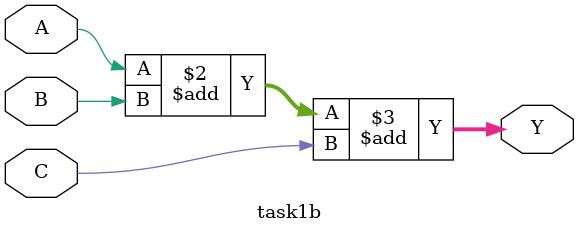
<source format=sv>

/*
A	B	C	Y
0	0	0	00
0	0	1	01
0	1	0	01
0	1	1	10
1	0	0	01
1	0	1	10
1	1	0	10
1	1	1	11
*/

 module task1b(output logic [1:0] Y, input logic A, B, C);

always_comb
begin
Y = A + B + C;																	//The output "Y" is A+B+C. An adder.
end 


endmodule
</source>
